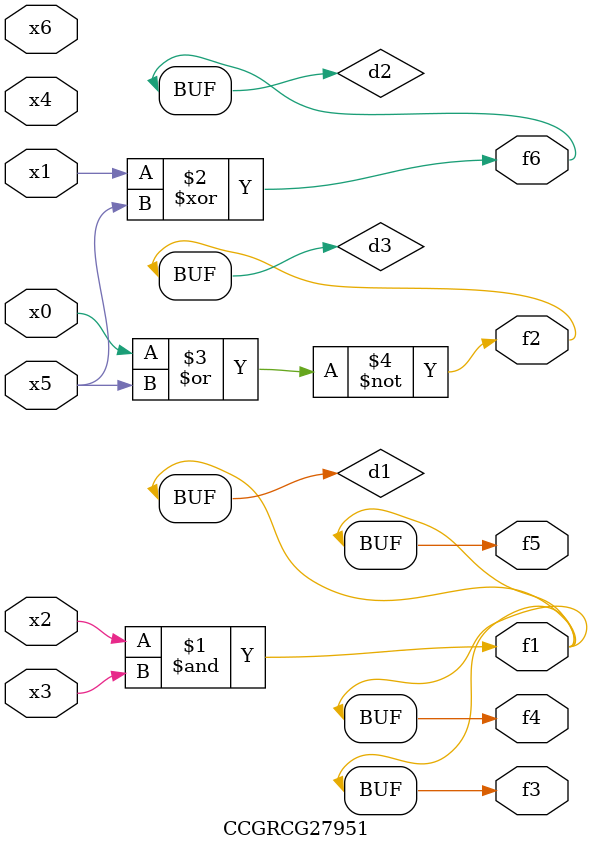
<source format=v>
module CCGRCG27951(
	input x0, x1, x2, x3, x4, x5, x6,
	output f1, f2, f3, f4, f5, f6
);

	wire d1, d2, d3;

	and (d1, x2, x3);
	xor (d2, x1, x5);
	nor (d3, x0, x5);
	assign f1 = d1;
	assign f2 = d3;
	assign f3 = d1;
	assign f4 = d1;
	assign f5 = d1;
	assign f6 = d2;
endmodule

</source>
